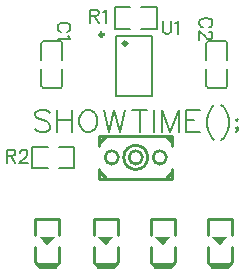
<source format=gto>
G04 Layer: TopSilkscreenLayer*
G04 EasyEDA v6.5.22, 2023-02-12 10:45:47*
G04 3d9444fe1cb54b23bce2806f6c367247,ed70181f279245e6aff80281ee7dc86a,10*
G04 Gerber Generator version 0.2*
G04 Scale: 100 percent, Rotated: No, Reflected: No *
G04 Dimensions in millimeters *
G04 leading zeros omitted , absolute positions ,4 integer and 5 decimal *
%FSLAX45Y45*%
%MOMM*%

%ADD10C,0.1524*%
%ADD11C,0.2540*%
%ADD12C,0.3000*%

%LPD*%
D10*
X5245100Y6147815D02*
G01*
X5245100Y6069837D01*
X5250179Y6054344D01*
X5260593Y6043929D01*
X5276341Y6038850D01*
X5286756Y6038850D01*
X5302250Y6043929D01*
X5312663Y6054344D01*
X5317743Y6069837D01*
X5317743Y6147815D01*
X5352034Y6126987D02*
G01*
X5362447Y6132321D01*
X5378195Y6147815D01*
X5378195Y6038850D01*
X4292854Y5368797D02*
G01*
X4274565Y5387086D01*
X4247388Y5396229D01*
X4211065Y5396229D01*
X4183888Y5387086D01*
X4165600Y5368797D01*
X4165600Y5350763D01*
X4174743Y5332476D01*
X4183888Y5323331D01*
X4201922Y5314187D01*
X4256531Y5296154D01*
X4274565Y5287010D01*
X4283709Y5277865D01*
X4292854Y5259831D01*
X4292854Y5232400D01*
X4274565Y5214365D01*
X4247388Y5205221D01*
X4211065Y5205221D01*
X4183888Y5214365D01*
X4165600Y5232400D01*
X4352797Y5396229D02*
G01*
X4352797Y5205221D01*
X4480052Y5396229D02*
G01*
X4480052Y5205221D01*
X4352797Y5305297D02*
G01*
X4480052Y5305297D01*
X4594606Y5396229D02*
G01*
X4576572Y5387086D01*
X4558284Y5368797D01*
X4549140Y5350763D01*
X4540250Y5323331D01*
X4540250Y5277865D01*
X4549140Y5250687D01*
X4558284Y5232400D01*
X4576572Y5214365D01*
X4594606Y5205221D01*
X4630927Y5205221D01*
X4649215Y5214365D01*
X4667504Y5232400D01*
X4676393Y5250687D01*
X4685538Y5277865D01*
X4685538Y5323331D01*
X4676393Y5350763D01*
X4667504Y5368797D01*
X4649215Y5387086D01*
X4630927Y5396229D01*
X4594606Y5396229D01*
X4745481Y5396229D02*
G01*
X4790947Y5205221D01*
X4836413Y5396229D02*
G01*
X4790947Y5205221D01*
X4836413Y5396229D02*
G01*
X4881879Y5205221D01*
X4927345Y5396229D02*
G01*
X4881879Y5205221D01*
X5051043Y5396229D02*
G01*
X5051043Y5205221D01*
X4987290Y5396229D02*
G01*
X5114797Y5396229D01*
X5174741Y5396229D02*
G01*
X5174741Y5205221D01*
X5234686Y5396229D02*
G01*
X5234686Y5205221D01*
X5234686Y5396229D02*
G01*
X5307329Y5205221D01*
X5380227Y5396229D02*
G01*
X5307329Y5205221D01*
X5380227Y5396229D02*
G01*
X5380227Y5205221D01*
X5440172Y5396229D02*
G01*
X5440172Y5205221D01*
X5440172Y5396229D02*
G01*
X5558281Y5396229D01*
X5440172Y5305297D02*
G01*
X5512815Y5305297D01*
X5440172Y5205221D02*
G01*
X5558281Y5205221D01*
X5681979Y5432552D02*
G01*
X5663691Y5414263D01*
X5645658Y5387086D01*
X5627370Y5350763D01*
X5618225Y5305297D01*
X5618225Y5268721D01*
X5627370Y5223510D01*
X5645658Y5186934D01*
X5663691Y5159755D01*
X5681979Y5141468D01*
X5741924Y5432552D02*
G01*
X5760211Y5414263D01*
X5778245Y5387086D01*
X5796534Y5350763D01*
X5805677Y5305297D01*
X5805677Y5268721D01*
X5796534Y5223510D01*
X5778245Y5186934D01*
X5760211Y5159755D01*
X5741924Y5141468D01*
X5874765Y5314187D02*
G01*
X5865622Y5305297D01*
X5874765Y5296154D01*
X5883656Y5305297D01*
X5874765Y5314187D01*
X5883656Y5241544D02*
G01*
X5874765Y5232400D01*
X5865622Y5241544D01*
X5874765Y5250687D01*
X5883656Y5241544D01*
X5883656Y5223510D01*
X5865622Y5205221D01*
X3924300Y5055615D02*
G01*
X3924300Y4946650D01*
X3924300Y5055615D02*
G01*
X3971036Y5055615D01*
X3986529Y5050536D01*
X3991863Y5045202D01*
X3996943Y5034787D01*
X3996943Y5024373D01*
X3991863Y5013960D01*
X3986529Y5008879D01*
X3971036Y5003800D01*
X3924300Y5003800D01*
X3960622Y5003800D02*
G01*
X3996943Y4946650D01*
X4036568Y5029707D02*
G01*
X4036568Y5034787D01*
X4041647Y5045202D01*
X4046981Y5050536D01*
X4057395Y5055615D01*
X4077970Y5055615D01*
X4088384Y5050536D01*
X4093718Y5045202D01*
X4098797Y5034787D01*
X4098797Y5024373D01*
X4093718Y5013960D01*
X4083304Y4998465D01*
X4031234Y4946650D01*
X4104131Y4946650D01*
X4629404Y6242050D02*
G01*
X4629404Y6133084D01*
X4629404Y6242050D02*
G01*
X4676140Y6242050D01*
X4691634Y6236970D01*
X4696968Y6231636D01*
X4702047Y6221221D01*
X4702047Y6210807D01*
X4696968Y6200394D01*
X4691634Y6195313D01*
X4676140Y6190234D01*
X4629404Y6190234D01*
X4665725Y6190234D02*
G01*
X4702047Y6133084D01*
X4736338Y6221221D02*
G01*
X4746752Y6226555D01*
X4762500Y6242050D01*
X4762500Y6133084D01*
X5639308Y6094221D02*
G01*
X5649722Y6099555D01*
X5660136Y6109970D01*
X5665215Y6120129D01*
X5665215Y6140957D01*
X5660136Y6151371D01*
X5649722Y6161786D01*
X5639308Y6167120D01*
X5623559Y6172200D01*
X5597652Y6172200D01*
X5582158Y6167120D01*
X5571743Y6161786D01*
X5561329Y6151371D01*
X5556250Y6140957D01*
X5556250Y6120129D01*
X5561329Y6109970D01*
X5571743Y6099555D01*
X5582158Y6094221D01*
X5639308Y6054852D02*
G01*
X5644388Y6054852D01*
X5654802Y6049518D01*
X5660136Y6044437D01*
X5665215Y6034023D01*
X5665215Y6013195D01*
X5660136Y6002781D01*
X5654802Y5997702D01*
X5644388Y5992368D01*
X5633974Y5992368D01*
X5623559Y5997702D01*
X5608065Y6008115D01*
X5556250Y6059931D01*
X5556250Y5987287D01*
X4438141Y6054597D02*
G01*
X4448556Y6059931D01*
X4458970Y6070345D01*
X4464050Y6080505D01*
X4464050Y6101334D01*
X4458970Y6111747D01*
X4448556Y6122162D01*
X4438141Y6127495D01*
X4422393Y6132576D01*
X4396486Y6132576D01*
X4380991Y6127495D01*
X4370577Y6122162D01*
X4360163Y6111747D01*
X4355084Y6101334D01*
X4355084Y6080505D01*
X4360163Y6070345D01*
X4370577Y6059931D01*
X4380991Y6054597D01*
X4443222Y6020307D02*
G01*
X4448556Y6009894D01*
X4464050Y5994400D01*
X4355084Y5994400D01*
G36*
X4203750Y4317949D02*
G01*
X4267250Y4241749D01*
X4330750Y4317949D01*
G37*
G36*
X4699050Y4317949D02*
G01*
X4762550Y4241749D01*
X4826050Y4317949D01*
G37*
G36*
X5181650Y4317949D02*
G01*
X5245150Y4241749D01*
X5308650Y4317949D01*
G37*
G36*
X5664250Y4317949D02*
G01*
X5727750Y4241749D01*
X5791250Y4317949D01*
G37*
X4851659Y6018420D02*
G01*
X5155940Y6018420D01*
X5155940Y5513179D01*
X4851659Y5513179D01*
X4851659Y6018420D01*
D11*
X4343425Y4076674D02*
G01*
X4191025Y4076674D01*
X4356831Y4090080D02*
G01*
X4178325Y4089374D01*
X4368825Y4229074D02*
G01*
X4368825Y4102074D01*
X4330725Y4063974D01*
X4203725Y4063974D01*
X4165625Y4102074D01*
X4165625Y4229074D01*
X4368825Y4330674D02*
G01*
X4368825Y4470374D01*
X4165625Y4470374D01*
X4165625Y4330674D01*
X4838725Y4076674D02*
G01*
X4686325Y4076674D01*
X4852131Y4090080D02*
G01*
X4673625Y4089374D01*
X4864125Y4229074D02*
G01*
X4864125Y4102074D01*
X4826025Y4063974D01*
X4699025Y4063974D01*
X4660925Y4102074D01*
X4660925Y4229074D01*
X4864125Y4330674D02*
G01*
X4864125Y4470374D01*
X4660925Y4470374D01*
X4660925Y4330674D01*
X5321325Y4076674D02*
G01*
X5168925Y4076674D01*
X5334731Y4090080D02*
G01*
X5156225Y4089374D01*
X5346725Y4229074D02*
G01*
X5346725Y4102074D01*
X5308625Y4063974D01*
X5181625Y4063974D01*
X5143525Y4102074D01*
X5143525Y4229074D01*
X5346725Y4330674D02*
G01*
X5346725Y4470374D01*
X5143525Y4470374D01*
X5143525Y4330674D01*
X5803925Y4076674D02*
G01*
X5651525Y4076674D01*
X5817331Y4090080D02*
G01*
X5638825Y4089374D01*
X5829325Y4229074D02*
G01*
X5829325Y4102074D01*
X5791225Y4063974D01*
X5664225Y4063974D01*
X5626125Y4102074D01*
X5626125Y4229074D01*
X5829325Y4330674D02*
G01*
X5829325Y4470374D01*
X5626125Y4470374D01*
X5626125Y4330674D01*
X4706498Y5171097D02*
G01*
X5326491Y5171097D01*
X5326491Y4811092D02*
G01*
X4706498Y4811092D01*
X4711694Y4864094D02*
G01*
X4762494Y4813294D01*
X4711694Y5118094D02*
G01*
X4762494Y5168894D01*
X5270494Y5168894D02*
G01*
X5321294Y5118094D01*
X5270494Y4813294D02*
G01*
X5321294Y4864094D01*
X5326491Y5171097D02*
G01*
X5326491Y5089210D01*
X5326491Y4892982D02*
G01*
X5326491Y4811092D01*
X4706498Y5171097D02*
G01*
X4706498Y5089210D01*
X4706498Y4892982D02*
G01*
X4706498Y4811092D01*
D10*
X4365619Y4899390D02*
G01*
X4494113Y4899390D01*
X4494113Y5082809D01*
X4365619Y5082809D01*
X4270380Y4899390D02*
G01*
X4141886Y4899390D01*
X4141886Y5082809D01*
X4270380Y5082809D01*
X5064119Y6080490D02*
G01*
X5192613Y6080490D01*
X5192613Y6263909D01*
X5064119Y6263909D01*
X4968880Y6080490D02*
G01*
X4840386Y6080490D01*
X4840386Y6263909D01*
X4968880Y6263909D01*
X5792660Y5597380D02*
G01*
X5792660Y5738380D01*
X5611939Y5738380D02*
G01*
X5611939Y5597380D01*
X5627179Y5582140D02*
G01*
X5777420Y5582140D01*
X5792660Y5959619D02*
G01*
X5792660Y5818619D01*
X5611939Y5818619D02*
G01*
X5611939Y5959619D01*
X5627179Y5974859D02*
G01*
X5777420Y5974859D01*
X4214939Y5959619D02*
G01*
X4214939Y5818619D01*
X4395660Y5818619D02*
G01*
X4395660Y5959619D01*
X4380420Y5974859D02*
G01*
X4230179Y5974859D01*
X4214939Y5597380D02*
G01*
X4214939Y5738380D01*
X4395660Y5738380D02*
G01*
X4395660Y5597380D01*
X4380420Y5582140D02*
G01*
X4230179Y5582140D01*
G75*
G01*
X5611940Y5597380D02*
G03*
X5627179Y5582140I15240J0D01*
G75*
G01*
X5777421Y5582140D02*
G03*
X5792660Y5597380I-1J15240D01*
G75*
G01*
X5611940Y5959620D02*
G02*
X5627179Y5974860I15240J0D01*
G75*
G01*
X5777421Y5974860D02*
G02*
X5792660Y5959620I-1J-15240D01*
G75*
G01*
X4395660Y5959620D02*
G03*
X4380421Y5974860I-15240J0D01*
G75*
G01*
X4230179Y5974860D02*
G03*
X4214940Y5959620I1J-15240D01*
G75*
G01*
X4395660Y5597380D02*
G02*
X4380421Y5582140I-15240J0D01*
G75*
G01*
X4230179Y5582140D02*
G02*
X4214940Y5597380I1J15240D01*
D12*
G75*
G01
X4941900Y5956300D02*
G03X4941900Y5956300I-15011J0D01*
G75*
G01
X4741570Y6030951D02*
G03X4741570Y6030951I-15011J0D01*
D11*
G75*
G01
X5073294Y4991100D02*
G03X5073294Y4991100I-56794J0D01*
G75*
G01
X5118100Y4991100D02*
G03X5118100Y4991100I-101600J0D01*
G75*
G01
X5276494Y4991100D02*
G03X5276494Y4991100I-56794J0D01*
G75*
G01
X4870094Y4991100D02*
G03X4870094Y4991100I-56794J0D01*
M02*

</source>
